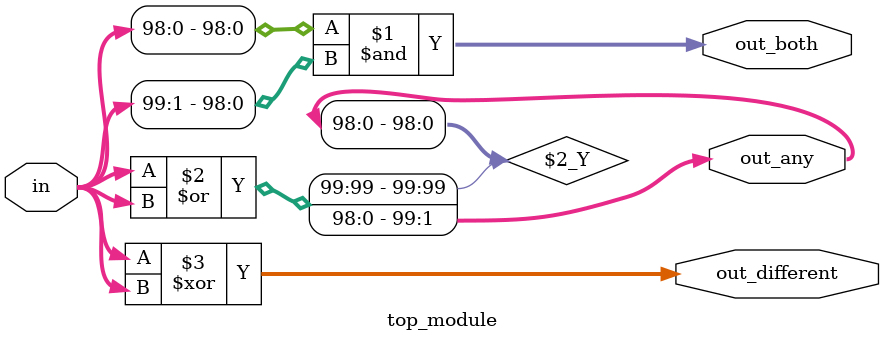
<source format=sv>
module top_module (
  input [99:0] in,
  output [98:0] out_both,
  output [99:1] out_any,
  output [99:0] out_different
);
  // Generate out_both by performing a bit-wise AND operation between in and in shifted by 1 bit
  assign out_both = in[98:0] & in[99:1];
  
  // Generate out_any by performing a bit-wise OR operation between in and in shifted by 1 bit
  assign out_any = in | {in[99], in[98:0]};
  
  // Generate out_different by performing a bit-wise XOR operation between in and in shifted by 1 bit
  assign out_different = in ^ {in[99], in[98:0]};

endmodule

</source>
